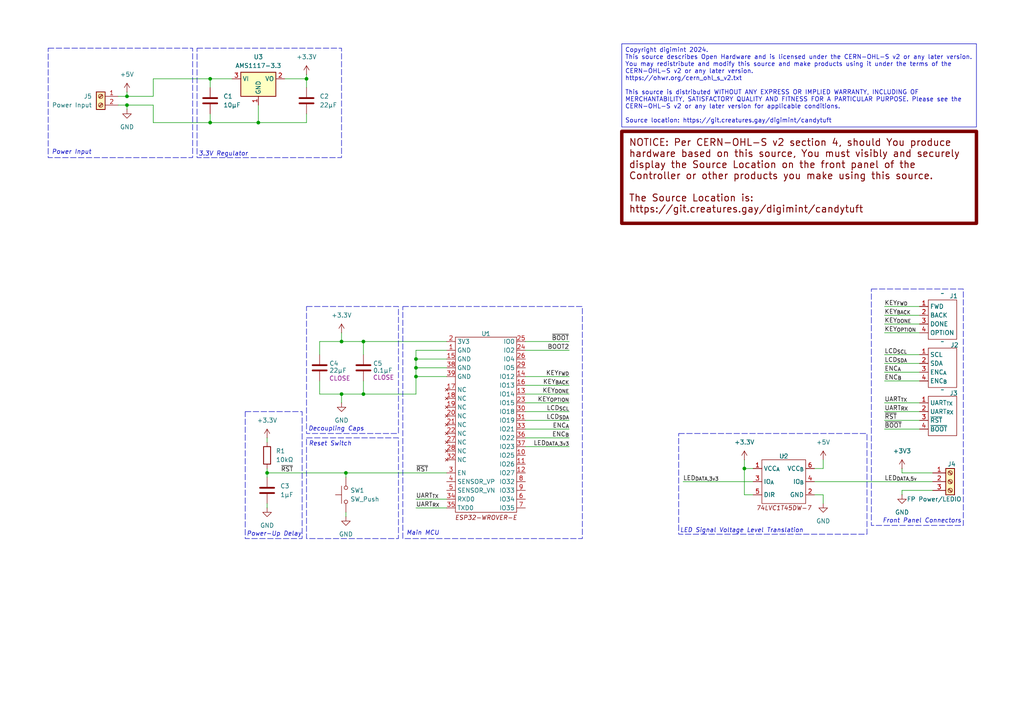
<source format=kicad_sch>
(kicad_sch (version 20231120) (generator "eeschema") (generator_version "8.0")
  (paper "A4")
  (title_block (title "Candytuft WS2811 Controller - Top Level") (date "2024-10-08") (rev "1") (company "https://git.creatures.gay/digimint/candytuft") (comment 3 "Licensed under the CERN OHL-S v2") (comment 4 "Copyright 2024 digimint"))
  (lib_symbols
    (symbol "Connector:Screw_Terminal_01x02" (pin_names (offset 1.016) hide)
      (property "Reference" "J" (at 0 2.54 0))
      (property "Value" "Screw_Terminal_01x02" (at 0 -5.08 0))
      (symbol "Screw_Terminal_01x02_1_1"
        (rectangle (start -1.27 1.27) (end 1.27 -3.81) (stroke (width 0.254)) (fill (type background)))
        (circle (center 0 -2.54) (radius 0.635) (stroke (width 0.1524)))
        (polyline (pts (xy -0.5334 -2.2098) (xy 0.3302 -3.048)) (stroke (width 0.1524)))
        (polyline (pts (xy -0.5334 0.3302) (xy 0.3302 -0.508)) (stroke (width 0.1524)))
        (polyline (pts (xy -0.3556 -2.032) (xy 0.508 -2.8702)) (stroke (width 0.1524)))
        (polyline (pts (xy -0.3556 0.508) (xy 0.508 -0.3302)) (stroke (width 0.1524)))
        (circle (center 0 0) (radius 0.635) (stroke (width 0.1524)))
        (pin passive line (at -5.08 0 0) (length 3.81) (name "Pin_1") (number "1"))
        (pin passive line (at -5.08 -2.54 0) (length 3.81) (name "Pin_2") (number "2"))
      )
    )
    (symbol "Connector:Screw_Terminal_01x03" (pin_names (offset 1.016) hide)
      (property "Reference" "J" (at 0 5.08 0))
      (property "Value" "Screw_Terminal_01x03" (at 0 -5.08 0))
      (symbol "Screw_Terminal_01x03_1_1"
        (rectangle (start -1.27 3.81) (end 1.27 -3.81) (stroke (width 0.254)) (fill (type background)))
        (circle (center 0 -2.54) (radius 0.635) (stroke (width 0.1524)))
        (polyline (pts (xy -0.5334 -2.2098) (xy 0.3302 -3.048)) (stroke (width 0.1524)))
        (polyline (pts (xy -0.5334 0.3302) (xy 0.3302 -0.508)) (stroke (width 0.1524)))
        (polyline (pts (xy -0.5334 2.8702) (xy 0.3302 2.032)) (stroke (width 0.1524)))
        (polyline (pts (xy -0.3556 -2.032) (xy 0.508 -2.8702)) (stroke (width 0.1524)))
        (polyline (pts (xy -0.3556 0.508) (xy 0.508 -0.3302)) (stroke (width 0.1524)))
        (polyline (pts (xy -0.3556 3.048) (xy 0.508 2.2098)) (stroke (width 0.1524)))
        (circle (center 0 0) (radius 0.635) (stroke (width 0.1524)))
        (circle (center 0 2.54) (radius 0.635) (stroke (width 0.1524)))
        (pin passive line (at -5.08 2.54 0) (length 3.81) (name "Pin_1") (number "1"))
        (pin passive line (at -5.08 0 0) (length 3.81) (name "Pin_2") (number "2"))
        (pin passive line (at -5.08 -2.54 0) (length 3.81) (name "Pin_3") (number "3"))
      )
    )
    (symbol "Device:C" (pin_numbers hide) (pin_names (offset 0.254))
      (property "Reference" "C" (at 0.635 2.54 0))
      (property "Value" "C" (at 0.635 -2.54 0))
      (symbol "C_0_1"
        (polyline (pts (xy -2.032 -0.762) (xy 2.032 -0.762)) (stroke (width 0.508)))
        (polyline (pts (xy -2.032 0.762) (xy 2.032 0.762)) (stroke (width 0.508)))
      )
      (symbol "C_1_1"
        (pin passive line (at 0 3.81 270) (length 2.794) (name "~") (number "1"))
        (pin passive line (at 0 -3.81 90) (length 2.794) (name "~") (number "2"))
      )
    )
    (symbol "Device:R" (pin_numbers hide) (pin_names (offset 0))
      (property "Reference" "R" (at 2.032 0 90))
      (property "Value" "R" (at 0 0 90))
      (symbol "R_0_1"
        (rectangle (start -1.016 -2.54) (end 1.016 2.54) (stroke (width 0.254)))
      )
      (symbol "R_1_1"
        (pin passive line (at 0 3.81 270) (length 1.27) (name "~") (number "1"))
        (pin passive line (at 0 -3.81 90) (length 1.27) (name "~") (number "2"))
      )
    )
    (symbol "Regulator_Linear:AMS1117-3.3"
      (property "Reference" "U" (at -3.81 3.175 0))
      (property "Value" "AMS1117-3.3" (at 0 3.175 0))
      (symbol "AMS1117-3.3_0_1"
        (rectangle (start -5.08 -5.08) (end 5.08 1.905) (stroke (width 0.254)) (fill (type background)))
      )
      (symbol "AMS1117-3.3_1_1"
        (pin power_in line (at 0 -7.62 90) (length 2.54) (name "GND") (number "1"))
        (pin power_out line (at 7.62 0 180) (length 2.54) (name "VO") (number "2"))
        (pin power_in line (at -7.62 0 0) (length 2.54) (name "VI") (number "3"))
      )
    )
    (symbol "Switch:SW_Push" (pin_numbers hide) (pin_names (offset 1.016) hide)
      (property "Reference" "SW" (at 1.27 2.54 0))
      (property "Value" "SW_Push" (at 0 -1.524 0))
      (symbol "SW_Push_0_1"
        (circle (center -2.032 0) (radius 0.508))
        (polyline (pts (xy 0 1.27) (xy 0 3.048)))
        (polyline (pts (xy 2.54 1.27) (xy -2.54 1.27)))
        (circle (center 2.032 0) (radius 0.508))
        (pin passive line (at -5.08 0 0) (length 2.54) (name "1") (number "1"))
        (pin passive line (at 5.08 0 180) (length 2.54) (name "2") (number "2"))
      )
    )
    (symbol "candytuft:74LVC1T45DW-7"
      (property "Reference" "U" (at -5.334 7.366 0))
      (symbol "74LVC1T45DW-7_0_1"
        (rectangle (start -6.35 6.35) (end 6.35 -6.35))
      )
      (symbol "74LVC1T45DW-7_1_1"
        (text "74LVC1T45DW-7" (at 0 -7.62 0) (effects (font (size 1.27 1.27) (italic yes))))
        (pin power_in line (at -8.89 3.81 0) (length 2.54) (name "VCC_{A}") (number "1"))
        (pin power_in line (at 8.89 -3.81 180) (length 2.54) (name "GND") (number "2"))
        (pin bidirectional line (at -8.89 0 0) (length 2.54) (name "IO_{A}") (number "3"))
        (pin bidirectional line (at 8.89 0 180) (length 2.54) (name "IO_{B}") (number "4"))
        (pin input line (at -8.89 -3.81 0) (length 2.54) (name "DIR") (number "5"))
        (pin power_in line (at 8.89 3.81 180) (length 2.54) (name "VCC_{B}") (number "6"))
      )
    )
    (symbol "candytuft:ESP32-WROVER-E"
      (property "Reference" "U" (at -8.128 26.416 0))
      (symbol "ESP32-WROVER-E_0_1"
        (rectangle (start -8.89 25.4) (end 8.89 -25.4))
      )
      (symbol "ESP32-WROVER-E_1_1"
        (text "ESP32-WROVER-E" (at 0 -26.924 0) (effects (font (size 1.27 1.27) (italic yes))))
        (pin power_in line (at -11.43 21.59 0) (length 2.54) (name "GND") (number "1"))
        (pin bidirectional line (at 11.43 -8.89 180) (length 2.54) (name "IO25") (number "10"))
        (pin bidirectional line (at 11.43 -11.43 180) (length 2.54) (name "IO26") (number "11"))
        (pin bidirectional line (at 11.43 -13.97 180) (length 2.54) (name "IO27") (number "12"))
        (pin bidirectional line (at 11.43 8.89 180) (length 2.54) (name "IO14") (number "13"))
        (pin bidirectional line (at 11.43 13.97 180) (length 2.54) (name "IO12") (number "14"))
        (pin power_in line (at -11.43 19.05 0) (length 2.54) (name "GND") (number "15"))
        (pin bidirectional line (at 11.43 11.43 180) (length 2.54) (name "IO13") (number "16"))
        (pin no_connect line (at -11.43 10.16 0) (length 2.54) (name "NC") (number "17"))
        (pin no_connect line (at -11.43 7.62 0) (length 2.54) (name "NC") (number "18"))
        (pin no_connect line (at -11.43 5.08 0) (length 2.54) (name "NC") (number "19"))
        (pin power_in line (at -11.43 24.13 0) (length 2.54) (name "3V3") (number "2"))
        (pin no_connect line (at -11.43 2.54 0) (length 2.54) (name "NC") (number "20"))
        (pin no_connect line (at -11.43 0 0) (length 2.54) (name "NC") (number "21"))
        (pin no_connect line (at -11.43 -2.54 0) (length 2.54) (name "NC") (number "22"))
        (pin bidirectional line (at 11.43 6.35 180) (length 2.54) (name "IO15") (number "23"))
        (pin bidirectional line (at 11.43 21.59 180) (length 2.54) (name "IO2") (number "24"))
        (pin bidirectional line (at 11.43 24.13 180) (length 2.54) (name "IO0") (number "25"))
        (pin bidirectional line (at 11.43 19.05 180) (length 2.54) (name "IO4") (number "26"))
        (pin no_connect line (at -11.43 -5.08 0) (length 2.54) (name "NC") (number "27"))
        (pin no_connect line (at -11.43 -7.62 0) (length 2.54) (name "NC") (number "28"))
        (pin bidirectional line (at 11.43 16.51 180) (length 2.54) (name "IO5") (number "29"))
        (pin input line (at -11.43 -13.97 0) (length 2.54) (name "EN") (number "3"))
        (pin bidirectional line (at 11.43 3.81 180) (length 2.54) (name "IO18") (number "30"))
        (pin bidirectional line (at 11.43 1.27 180) (length 2.54) (name "IO19") (number "31"))
        (pin no_connect line (at -11.43 -10.16 0) (length 2.54) (name "NC") (number "32"))
        (pin bidirectional line (at 11.43 -1.27 180) (length 2.54) (name "IO21") (number "33"))
        (pin bidirectional line (at -11.43 -21.59 0) (length 2.54) (name "RXD0") (number "34"))
        (pin bidirectional line (at -11.43 -24.13 0) (length 2.54) (name "TXD0") (number "35"))
        (pin bidirectional line (at 11.43 -3.81 180) (length 2.54) (name "IO22") (number "36"))
        (pin bidirectional line (at 11.43 -6.35 180) (length 2.54) (name "IO23") (number "37"))
        (pin power_in line (at -11.43 16.51 0) (length 2.54) (name "GND") (number "38"))
        (pin power_in line (at -11.43 13.97 0) (length 2.54) (name "GND") (number "39"))
        (pin input line (at -11.43 -16.51 0) (length 2.54) (name "SENSOR_VP") (number "4"))
        (pin input line (at -11.43 -19.05 0) (length 2.54) (name "SENSOR_VN") (number "5"))
        (pin input line (at 11.43 -21.59 180) (length 2.54) (name "IO34") (number "6"))
        (pin input line (at 11.43 -24.13 180) (length 2.54) (name "IO35") (number "7"))
        (pin bidirectional line (at 11.43 -16.51 180) (length 2.54) (name "IO32") (number "8"))
        (pin bidirectional line (at 11.43 -19.05 180) (length 2.54) (name "IO33") (number "9"))
      )
    )
    (symbol "candytuft:FP-Keyswitch-Jack"
      (property "Reference" "J" (at -3.556 6.858 0))
      (symbol "FP-Keyswitch-Jack_0_1"
        (rectangle (start 3.81 5.715) (end -4.445 -5.715))
      )
      (symbol "FP-Keyswitch-Jack_1_1"
        (pin passive line (at 6.35 3.81 180) (length 2.54) (name "FWD") (number "1"))
        (pin passive line (at 6.35 1.27 180) (length 2.54) (name "BACK") (number "2"))
        (pin passive line (at 6.35 -1.27 180) (length 2.54) (name "DONE") (number "3"))
        (pin passive line (at 6.35 -3.81 180) (length 2.54) (name "OPTION") (number "4"))
      )
    )
    (symbol "candytuft:FP-LCD-Encoder-Jack"
      (property "Reference" "J" (at -3.81 6.604 0))
      (symbol "FP-LCD-Encoder-Jack_0_1"
        (rectangle (start 3.81 5.715) (end -4.445 -5.715))
      )
      (symbol "FP-LCD-Encoder-Jack_1_1"
        (pin bidirectional line (at 6.35 3.81 180) (length 2.54) (name "SCL") (number "1"))
        (pin bidirectional line (at 6.35 1.27 180) (length 2.54) (name "SDA") (number "2"))
        (pin passive line (at 6.35 -1.27 180) (length 2.54) (name "ENC_{A}") (number "3"))
        (pin passive line (at 6.35 -3.81 180) (length 2.54) (name "ENC_{B}") (number "4"))
      )
    )
    (symbol "candytuft:FP_Mainboard_UART_Jack"
      (property "Reference" "J" (at -2.794 6.858 0))
      (symbol "FP_Mainboard_UART_Jack_0_1"
        (rectangle (start 5.08 5.715) (end -3.175 -5.715))
      )
      (symbol "FP_Mainboard_UART_Jack_1_1"
        (pin output line (at 7.62 3.81 180) (length 2.54) (name "UART_{TX}") (number "1"))
        (pin input line (at 7.62 1.27 180) (length 2.54) (name "UART_{RX}") (number "2"))
        (pin output line (at 7.62 -1.27 180) (length 2.54) (name "~{RST}") (number "3"))
        (pin output line (at 7.62 -3.81 180) (length 2.54) (name "~{BOOT}") (number "4"))
      )
    )
    (symbol "power:+3.3V" (power) (pin_numbers hide) (pin_names (offset 0) hide)
      (property "Value" "+3.3V" (at 0 3.556 0))
      (symbol "+3.3V_0_1"
        (polyline (pts (xy -0.762 1.27) (xy 0 2.54)))
        (polyline (pts (xy 0 0) (xy 0 2.54)))
        (polyline (pts (xy 0 2.54) (xy 0.762 1.27)))
      )
      (symbol "+3.3V_1_1"
        (pin power_in line (at 0 0 90) (length 0) (name "~") (number "1"))
      )
    )
    (symbol "power:+3V3" (power) (pin_numbers hide) (pin_names (offset 0) hide)
      (property "Value" "+3V3" (at 0 3.556 0))
      (symbol "+3V3_0_1"
        (polyline (pts (xy -0.762 1.27) (xy 0 2.54)))
        (polyline (pts (xy 0 0) (xy 0 2.54)))
        (polyline (pts (xy 0 2.54) (xy 0.762 1.27)))
      )
      (symbol "+3V3_1_1"
        (pin power_in line (at 0 0 90) (length 0) (name "~") (number "1"))
      )
    )
    (symbol "power:+5V" (power) (pin_numbers hide) (pin_names (offset 0) hide)
      (property "Value" "+5V" (at 0 3.556 0))
      (symbol "+5V_0_1"
        (polyline (pts (xy -0.762 1.27) (xy 0 2.54)))
        (polyline (pts (xy 0 0) (xy 0 2.54)))
        (polyline (pts (xy 0 2.54) (xy 0.762 1.27)))
      )
      (symbol "+5V_1_1"
        (pin power_in line (at 0 0 90) (length 0) (name "~") (number "1"))
      )
    )
    (symbol "power:GND" (power) (pin_numbers hide) (pin_names (offset 0) hide)
      (property "Value" "GND" (at 0 -3.81 0))
      (symbol "GND_0_1"
        (polyline (pts (xy 0 0) (xy 0 -1.27) (xy 1.27 -1.27) (xy 0 -2.54) (xy -1.27 -1.27) (xy 0 -1.27)))
      )
      (symbol "GND_1_1"
        (pin power_in line (at 0 0 270) (length 0) (name "~") (number "1"))
      )
    )
  )
  (junction (at 215.9 135.89))
  (junction (at 60.96 35.56))
  (junction (at 120.65 109.22))
  (junction (at 99.06 99.06))
  (junction (at 88.9 22.86))
  (junction (at 99.06 114.3))
  (junction (at 105.41 114.3))
  (junction (at 105.41 99.06))
  (junction (at 120.65 106.68))
  (junction (at 60.96 22.86))
  (junction (at 120.65 104.14))
  (junction (at 74.93 35.56))
  (junction (at 100.33 137.16))
  (junction (at 77.47 137.16))
  (junction (at 36.83 27.94))
  (junction (at 36.83 30.48))
  (wire (pts (xy 120.65 101.6) (xy 120.65 104.14)))
  (wire (pts (xy 120.65 104.14) (xy 129.54 104.14)))
  (wire (pts (xy 36.83 30.48) (xy 36.83 31.75)))
  (wire (pts (xy 266.7 124.46) (xy 256.54 124.46)))
  (wire (pts (xy 44.45 35.56) (xy 60.96 35.56)))
  (wire (pts (xy 99.06 114.3) (xy 99.06 116.84)))
  (wire (pts (xy 152.4 127) (xy 165.1 127)))
  (wire (pts (xy 266.7 105.41) (xy 256.54 105.41)))
  (wire (pts (xy 261.62 142.24) (xy 261.62 143.51)))
  (wire (pts (xy 92.71 114.3) (xy 99.06 114.3)))
  (wire (pts (xy 152.4 101.6) (xy 165.1 101.6)))
  (wire (pts (xy 266.7 102.87) (xy 256.54 102.87)))
  (wire (pts (xy 82.55 22.86) (xy 88.9 22.86)))
  (wire (pts (xy 34.29 27.94) (xy 36.83 27.94)))
  (wire (pts (xy 92.71 110.49) (xy 92.71 114.3)))
  (wire (pts (xy 120.65 144.78) (xy 129.54 144.78)))
  (wire (pts (xy 105.41 99.06) (xy 105.41 102.87)))
  (wire (pts (xy 120.65 104.14) (xy 120.65 106.68)))
  (wire (pts (xy 215.9 135.89) (xy 218.44 135.89)))
  (wire (pts (xy 152.4 121.92) (xy 165.1 121.92)))
  (wire (pts (xy 266.7 110.49) (xy 256.54 110.49)))
  (wire (pts (xy 152.4 99.06) (xy 165.1 99.06)))
  (wire (pts (xy 88.9 22.86) (xy 88.9 25.4)))
  (wire (pts (xy 238.76 135.89) (xy 236.22 135.89)))
  (wire (pts (xy 44.45 27.94) (xy 44.45 22.86)))
  (wire (pts (xy 74.93 35.56) (xy 88.9 35.56)))
  (wire (pts (xy 266.7 96.52) (xy 256.54 96.52)))
  (wire (pts (xy 92.71 99.06) (xy 99.06 99.06)))
  (wire (pts (xy 120.65 147.32) (xy 129.54 147.32)))
  (wire (pts (xy 105.41 114.3) (xy 105.41 110.49)))
  (wire (pts (xy 266.7 93.98) (xy 256.54 93.98)))
  (wire (pts (xy 215.9 133.35) (xy 215.9 135.89)))
  (wire (pts (xy 120.65 106.68) (xy 120.65 109.22)))
  (wire (pts (xy 44.45 22.86) (xy 60.96 22.86)))
  (wire (pts (xy 266.7 116.84) (xy 256.54 116.84)))
  (wire (pts (xy 198.12 139.7) (xy 218.44 139.7)))
  (wire (pts (xy 77.47 137.16) (xy 100.33 137.16)))
  (wire (pts (xy 44.45 30.48) (xy 44.45 35.56)))
  (wire (pts (xy 120.65 109.22) (xy 120.65 114.3)))
  (wire (pts (xy 77.47 127) (xy 77.47 128.27)))
  (wire (pts (xy 60.96 33.02) (xy 60.96 35.56)))
  (wire (pts (xy 105.41 99.06) (xy 129.54 99.06)))
  (wire (pts (xy 36.83 27.94) (xy 44.45 27.94)))
  (wire (pts (xy 36.83 26.67) (xy 36.83 27.94)))
  (wire (pts (xy 152.4 129.54) (xy 165.1 129.54)))
  (wire (pts (xy 266.7 121.92) (xy 256.54 121.92)))
  (wire (pts (xy 266.7 88.9) (xy 256.54 88.9)))
  (wire (pts (xy 152.4 116.84) (xy 165.1 116.84)))
  (wire (pts (xy 105.41 114.3) (xy 120.65 114.3)))
  (wire (pts (xy 34.29 30.48) (xy 36.83 30.48)))
  (wire (pts (xy 129.54 101.6) (xy 120.65 101.6)))
  (wire (pts (xy 99.06 99.06) (xy 105.41 99.06)))
  (wire (pts (xy 60.96 25.4) (xy 60.96 22.86)))
  (wire (pts (xy 270.51 137.16) (xy 261.62 137.16)))
  (wire (pts (xy 99.06 114.3) (xy 105.41 114.3)))
  (wire (pts (xy 88.9 35.56) (xy 88.9 33.02)))
  (wire (pts (xy 120.65 106.68) (xy 129.54 106.68)))
  (wire (pts (xy 120.65 109.22) (xy 129.54 109.22)))
  (wire (pts (xy 261.62 135.89) (xy 261.62 137.16)))
  (wire (pts (xy 88.9 21.59) (xy 88.9 22.86)))
  (wire (pts (xy 266.7 107.95) (xy 256.54 107.95)))
  (wire (pts (xy 77.47 147.32) (xy 77.47 146.05)))
  (wire (pts (xy 100.33 149.86) (xy 100.33 148.59)))
  (wire (pts (xy 99.06 96.52) (xy 99.06 99.06)))
  (wire (pts (xy 152.4 109.22) (xy 165.1 109.22)))
  (wire (pts (xy 215.9 135.89) (xy 215.9 143.51)))
  (wire (pts (xy 100.33 138.43) (xy 100.33 137.16)))
  (wire (pts (xy 60.96 22.86) (xy 67.31 22.86)))
  (wire (pts (xy 152.4 111.76) (xy 165.1 111.76)))
  (wire (pts (xy 238.76 143.51) (xy 238.76 146.05)))
  (wire (pts (xy 92.71 99.06) (xy 92.71 102.87)))
  (wire (pts (xy 236.22 139.7) (xy 270.51 139.7)))
  (wire (pts (xy 266.7 91.44) (xy 256.54 91.44)))
  (wire (pts (xy 152.4 124.46) (xy 165.1 124.46)))
  (wire (pts (xy 236.22 143.51) (xy 238.76 143.51)))
  (wire (pts (xy 218.44 143.51) (xy 215.9 143.51)))
  (wire (pts (xy 238.76 133.35) (xy 238.76 135.89)))
  (wire (pts (xy 270.51 142.24) (xy 261.62 142.24)))
  (wire (pts (xy 152.4 119.38) (xy 165.1 119.38)))
  (wire (pts (xy 152.4 114.3) (xy 165.1 114.3)))
  (wire (pts (xy 60.96 35.56) (xy 74.93 35.56)))
  (wire (pts (xy 77.47 135.89) (xy 77.47 137.16)))
  (wire (pts (xy 36.83 30.48) (xy 44.45 30.48)))
  (wire (pts (xy 77.47 137.16) (xy 77.47 138.43)))
  (wire (pts (xy 74.93 30.48) (xy 74.93 35.56)))
  (wire (pts (xy 100.33 137.16) (xy 129.54 137.16)))
  (wire (pts (xy 266.7 119.38) (xy 256.54 119.38)))
  (rectangle (start 71.12 119.38) (end 87.63 156.21) (stroke (width 0) (type dash)))
  (rectangle (start 116.84 88.9) (end 168.91 156.21) (stroke (width 0) (type dash)))
  (rectangle (start 88.9 88.9) (end 115.57 125.73) (stroke (width 0) (type dash)))
  (rectangle (start 13.97 13.97) (end 55.88 45.72) (stroke (width 0) (type dash)))
  (rectangle (start 196.85 125.73) (end 251.46 154.94) (stroke (width 0) (type dash)))
  (rectangle (start 252.73 83.82) (end 279.4 152.4) (stroke (width 0) (type dash)))
  (rectangle (start 57.15 13.97) (end 99.06 45.72) (stroke (width 0) (type dash)))
  (rectangle (start 88.9 127) (end 115.57 156.21) (stroke (width 0) (type dash)))
  (text_box "Copyright digimint 2024.\nThis source describes Open Hardware and is licensed under the CERN-OHL-S v2 or any later version.\nYou may redistribute and modify this source and make products using it under the terms of the CERN-OHL-S v2 or any later version.\nhttps://ohwr.org/cern_ohl_s_v2.txt\n\nThis source is distributed WITHOUT ANY EXPRESS OR IMPLIED WARRANTY, INCLUDING OF MERCHANTABILITY, SATISFACTORY QUALITY AND FITNESS FOR A PARTICULAR PURPOSE. Please see the CERN-OHL-S v2 or any later version for applicable conditions.\n\nSource location: https://git.creatures.gay/digimint/candytuft" (at 180.34 12.7 0) (size 102.87 24.13) (effects (font (size 1.27 1.27)) (justify left top)))
  (text_box "NOTICE: Per CERN-OHL-S v2 section 4, should You produce hardware based on this source, You must visibly and securely display the Source Location on the front panel of the Controller or other products you make using this source.\n\nThe Source Location is:\nhttps://git.creatures.gay/digimint/candytuft" (at 180.34 38.1 0) (size 102.87 26.67) (stroke (width 1) (color 122 0 0 1)) (effects (font (size 2 2) (thickness 0.254) (bold yes)) (justify left top)))
  (text "Reset Switch" (at 95.758 128.778 0) (effects (font (size 1.27 1.27) (italic yes))))
  (text "Power-Up Delay" (at 79.502 154.94 0) (effects (font (size 1.27 1.27) (italic yes))))
  (text "Main MCU" (at 117.856 154.686 0) (effects (font (size 1.27 1.27) (italic yes)) (justify left)))
  (text "Front Panel Connectors" (at 278.892 151.13 0) (effects (font (size 1.27 1.27) (italic yes)) (justify right)))
  (text "Power Input" (at 14.986 44.196 0) (effects (font (size 1.27 1.27) (italic yes)) (justify left)))
  (text "LED Signal Voltage Level Translation" (at 215.138 153.924 0) (effects (font (size 1.27 1.27) (italic yes))))
  (text "3.3V Regulator" (at 64.77 44.704 0) (effects (font (size 1.27 1.27) (italic yes))))
  (text "Decoupling Caps" (at 89.408 124.46 0) (effects (font (size 1.27 1.27) (italic yes)) (justify left)))
  (label "KEY_{BACK}" (at 256.54 91.44 0))
  (label "UART_{RX}" (at 120.65 147.32 0))
  (label "~{BOOT}" (at 165.1 99.06 180))
  (label "~{BOOT}" (at 256.54 124.46 0))
  (label "UART_{TX}" (at 256.54 116.84 0))
  (label "~{RST}" (at 256.54 121.92 0))
  (label "KEY_{DONE}" (at 256.54 93.98 0))
  (label "KEY_{OPTION}" (at 165.1 116.84 180))
  (label "BOOT2" (at 165.1 101.6 180))
  (label "UART_{TX}" (at 120.65 144.78 0))
  (label "ENC_{A}" (at 165.1 124.46 180))
  (label "ENC_{B}" (at 165.1 127 180))
  (label "LCD_{SDA}" (at 165.1 121.92 180))
  (label "KEY_{FWD}" (at 256.54 88.9 0))
  (label "LCD_{SDA}" (at 256.54 105.41 0))
  (label "LED_{DATA,5v}" (at 256.54 139.7 0))
  (label "LCD_{SCL}" (at 256.54 102.87 0))
  (label "KEY_{DONE}" (at 165.1 114.3 180))
  (label "~{RST}" (at 120.65 137.16 0))
  (label "KEY_{OPTION}" (at 256.54 96.52 0))
  (label "LED_{DATA,3v3}" (at 165.1 129.54 180))
  (label "KEY_{BACK}" (at 165.1 111.76 180))
  (label "~{RST}" (at 85.09 137.16 180))
  (label "UART_{RX}" (at 256.54 119.38 0))
  (label "LED_{DATA,3v3}" (at 198.12 139.7 0))
  (label "ENC_{A}" (at 256.54 107.95 0))
  (label "ENC_{B}" (at 256.54 110.49 0))
  (label "KEY_{FWD}" (at 165.1 109.22 180))
  (label "LCD_{SCL}" (at 165.1 119.38 180))
  (symbol (lib_id "Connector:Screw_Terminal_01x03") (at 275.59 139.7 0) (unit 1)
    (property "Reference" "J4" (at 274.828 134.62 0) (effects (justify left)))
    (property "Value" "FP Power/LEDIO" (at 278.892 144.78 0) (effects (justify right)))
    (property "Description" "Generic screw terminal, single row, 01x03, script generated (kicad-library-utils/schlib/autogen/connector/)" (effects (hide yes)))
  )
  (symbol (lib_id "candytuft:ESP32-WROVER-E") (at 140.97 123.19 0) (unit 1)
    (property "Reference" "U1" (at 140.97 96.774 0))
    (property "Value" "~" (at 141.0494 96.52 0))
    (property "Description" "Espressif ESP32 microcontroller with additional SPI PSRAM" (effects (hide yes)))
  )
  (symbol (lib_id "power:+3.3V") (at 99.06 96.52 0) (unit 1)
    (property "Reference" "#PWR012" (effects (hide yes)))
    (property "Value" "+3.3V" (at 99.06 91.44 0))
    (property "Description" "Power symbol creates a global label with name \"+3.3V\"" (effects (hide yes)))
  )
  (symbol (lib_id "power:+5V") (at 238.76 133.35 0) (unit 1)
    (property "Reference" "#PWR03" (effects (hide yes)))
    (property "Value" "+5V" (at 238.76 128.27 0))
    (property "Description" "Power symbol creates a global label with name \"+5V\"" (effects (hide yes)))
  )
  (symbol (lib_id "Device:C") (at 92.71 106.68 0) (unit 1)
    (property "Reference" "C4" (at 95.504 105.41 0) (effects (justify left)))
    (property "Value" "22μF" (at 95.504 107.442 0) (effects (justify left)))
    (property "Description" "Unpolarized capacitor" (effects (hide yes)))
    (property "Note" "CLOSE" (at 98.552 109.728 0))
  )
  (symbol (lib_id "power:+3.3V") (at 215.9 133.35 0) (unit 1)
    (property "Reference" "#PWR02" (effects (hide yes)))
    (property "Value" "+3.3V" (at 215.9 128.27 0))
    (property "Description" "Power symbol creates a global label with name \"+3.3V\"" (effects (hide yes)))
  )
  (symbol (lib_id "power:+5V") (at 36.83 26.67 0) (unit 1)
    (property "Reference" "#PWR016" (effects (hide yes)))
    (property "Value" "+5V" (at 36.83 21.59 0))
    (property "Description" "Power symbol creates a global label with name \"+5V\"" (effects (hide yes)))
  )
  (symbol (lib_id "power:GND") (at 36.83 31.75 0) (unit 1)
    (property "Reference" "#PWR017" (effects (hide yes)))
    (property "Value" "GND" (at 36.83 36.83 0))
    (property "Description" "Power symbol creates a global label with name \"GND\" , ground" (effects (hide yes)))
  )
  (symbol (lib_id "Device:R") (at 77.47 132.08 0) (unit 1)
    (property "Reference" "R1" (at 80.01 130.8099 0) (effects (justify left)))
    (property "Value" "10kΩ" (at 80.01 133.3499 0) (effects (justify left)))
    (property "Description" "Resistor" (effects (hide yes)))
  )
  (symbol (lib_id "power:GND") (at 238.76 146.05 0) (unit 1)
    (property "Reference" "#PWR04" (effects (hide yes)))
    (property "Value" "GND" (at 238.76 151.13 0))
    (property "Description" "Power symbol creates a global label with name \"GND\" , ground" (effects (hide yes)))
  )
  (symbol (lib_id "Device:C") (at 88.9 29.21 0) (unit 1)
    (property "Reference" "C2" (at 92.71 27.9399 0) (effects (justify left)))
    (property "Value" "22μF" (at 92.71 30.4799 0) (effects (justify left)))
    (property "Description" "Unpolarized capacitor" (effects (hide yes)))
  )
  (symbol (lib_id "power:GND") (at 99.06 116.84 0) (unit 1)
    (property "Reference" "#PWR013" (effects (hide yes)))
    (property "Value" "GND" (at 99.06 121.92 0))
    (property "Description" "Power symbol creates a global label with name \"GND\" , ground" (effects (hide yes)))
  )
  (symbol (lib_id "candytuft:FP_Mainboard_UART_Jack") (at 274.32 120.65 0) (mirror y) (unit 1)
    (property "Reference" "J3" (at 276.606 114.046 0))
    (property "Value" "~" (at 273.3675 113.03 0))
  )
  (symbol (lib_id "power:+3V3") (at 261.62 135.89 0) (mirror y) (unit 1)
    (property "Reference" "#PWR015" (effects (hide yes)))
    (property "Value" "+3V3" (at 261.62 130.81 0))
    (property "Description" "Power symbol creates a global label with name \"+3V3\"" (effects (hide yes)))
  )
  (symbol (lib_id "power:+3.3V") (at 88.9 21.59 0) (unit 1)
    (property "Reference" "#PWR06" (effects (hide yes)))
    (property "Value" "+3.3V" (at 88.9 16.51 0))
    (property "Description" "Power symbol creates a global label with name \"+3.3V\"" (effects (hide yes)))
  )
  (symbol (lib_id "candytuft:74LVC1T45DW-7") (at 227.33 139.7 0) (unit 1)
    (property "Reference" "U2" (at 227.33 132.334 0))
    (property "Value" "~" (at 227.4094 132.08 0))
    (property "Description" "Bidirectional voltage translator" (effects (hide yes)))
  )
  (symbol (lib_id "power:GND") (at 77.47 147.32 0) (unit 1)
    (property "Reference" "#PWR09" (effects (hide yes)))
    (property "Value" "GND" (at 77.47 152.4 0))
    (property "Description" "Power symbol creates a global label with name \"GND\" , ground" (effects (hide yes)))
  )
  (symbol (lib_id "Device:C") (at 105.41 106.68 0) (unit 1)
    (property "Reference" "C5" (at 108.204 105.41 0) (effects (justify left)))
    (property "Value" "0.1μF" (at 108.204 107.442 0) (effects (justify left)))
    (property "Description" "Unpolarized capacitor" (effects (hide yes)))
    (property "Note" "CLOSE" (at 111.252 109.474 0))
  )
  (symbol (lib_id "Regulator_Linear:AMS1117-3.3") (at 74.93 22.86 0) (unit 1)
    (property "Reference" "U3" (at 74.93 16.51 0))
    (property "Value" "AMS1117-3.3" (at 74.93 19.05 0))
    (property "Footprint" "Package_TO_SOT_SMD:SOT-223-3_TabPin2" (effects (hide yes)))
    (property "Datasheet" "http://www.advanced-monolithic.com/pdf/ds1117.pdf" (effects (hide yes)))
    (property "Description" "1A Low Dropout regulator, positive, 3.3V fixed output, SOT-223" (effects (hide yes)))
  )
  (symbol (lib_id "candytuft:FP-LCD-Encoder-Jack") (at 273.05 106.68 0) (mirror y) (unit 1)
    (property "Reference" "J2" (at 276.86 100.076 0))
    (property "Value" "~" (at 273.3675 99.06 0))
  )
  (symbol (lib_id "Device:C") (at 60.96 29.21 180) (unit 1)
    (property "Reference" "C1" (at 64.77 27.9399 0) (effects (justify right)))
    (property "Value" "10μF" (at 64.77 30.4799 0) (effects (justify right)))
    (property "Description" "Unpolarized capacitor" (effects (hide yes)))
  )
  (symbol (lib_id "Device:C") (at 77.47 142.24 0) (unit 1)
    (property "Reference" "C3" (at 81.28 140.9699 0) (effects (justify left)))
    (property "Value" "1μF" (at 81.28 143.5099 0) (effects (justify left)))
    (property "Description" "Unpolarized capacitor" (effects (hide yes)))
  )
  (symbol (lib_id "power:+3.3V") (at 77.47 127 0) (unit 1)
    (property "Reference" "#PWR010" (effects (hide yes)))
    (property "Value" "+3.3V" (at 77.47 121.92 0))
    (property "Description" "Power symbol creates a global label with name \"+3.3V\"" (effects (hide yes)))
  )
  (symbol (lib_id "power:GND") (at 100.33 149.86 0) (unit 1)
    (property "Reference" "#PWR011" (effects (hide yes)))
    (property "Value" "GND" (at 100.33 154.94 0))
    (property "Description" "Power symbol creates a global label with name \"GND\" , ground" (effects (hide yes)))
  )
  (symbol (lib_id "Switch:SW_Push") (at 100.33 143.51 90) (unit 1)
    (property "Reference" "SW1" (at 101.6 142.2399 90) (effects (justify right)))
    (property "Value" "SW_Push" (at 101.6 144.7799 90) (effects (justify right)))
    (property "Description" "Push button switch, generic, two pins" (effects (hide yes)))
  )
  (symbol (lib_id "candytuft:FP-Keyswitch-Jack") (at 273.05 92.71 0) (mirror y) (unit 1)
    (property "Reference" "J1" (at 276.606 85.852 0))
    (property "Value" "~" (at 273.3675 85.09 0))
  )
  (symbol (lib_id "power:GND") (at 261.62 143.51 0) (mirror y) (unit 1)
    (property "Reference" "#PWR014" (effects (hide yes)))
    (property "Value" "GND" (at 261.62 148.59 0))
    (property "Description" "Power symbol creates a global label with name \"GND\" , ground" (effects (hide yes)))
  )
  (symbol (lib_id "Connector:Screw_Terminal_01x02") (at 29.21 27.94 0) (mirror y) (unit 1)
    (property "Reference" "J5" (at 26.67 27.9399 0) (effects (justify left)))
    (property "Value" "Power Input" (at 26.67 30.4799 0) (effects (justify left)))
    (property "Description" "Generic screw terminal, single row, 01x02, script generated (kicad-library-utils/schlib/autogen/connector/)" (effects (hide yes)))
  )
)
</source>
